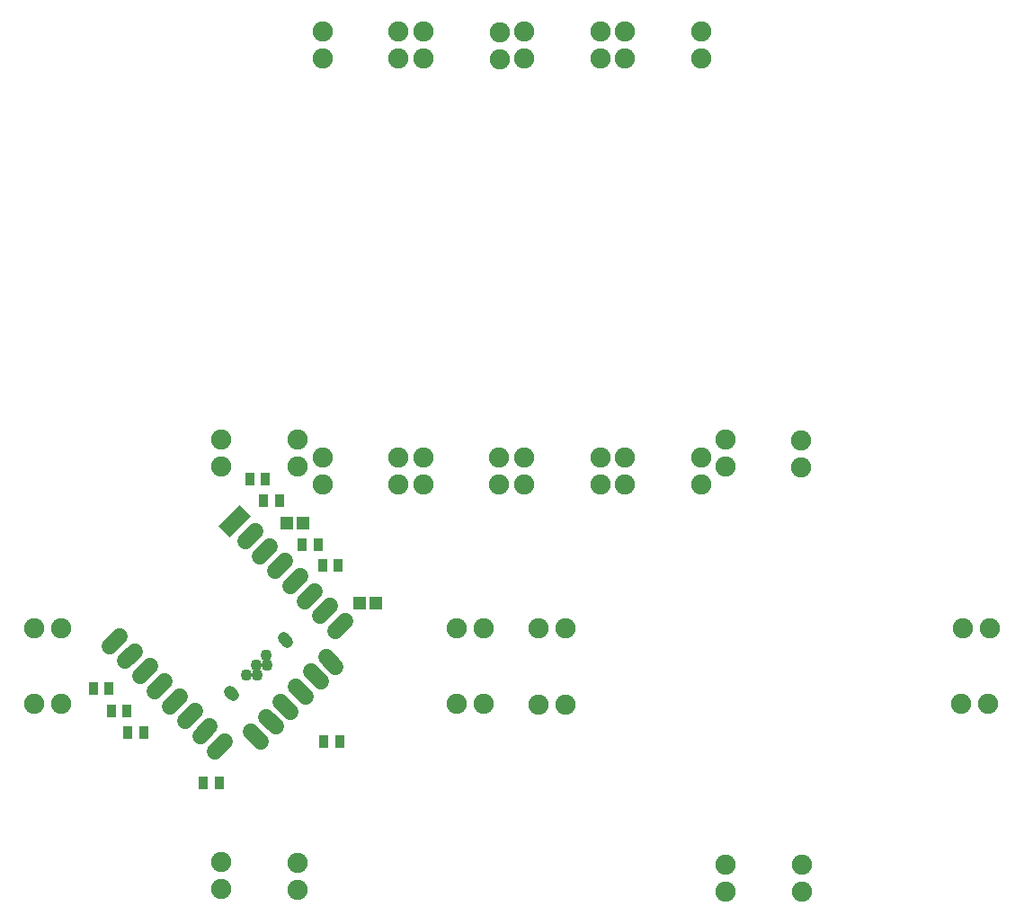
<source format=gbs>
G04 #@! TF.FileFunction,Soldermask,Bot*
%FSLAX46Y46*%
G04 Gerber Fmt 4.6, Leading zero omitted, Abs format (unit mm)*
G04 Created by KiCad (PCBNEW 4.0.2-4+6225~38~ubuntu15.10.1-stable) date Sat 05 Mar 2016 02:29:04 PM EST*
%MOMM*%
G01*
G04 APERTURE LIST*
%ADD10C,0.100000*%
%ADD11C,1.500000*%
%ADD12R,0.900000X1.300000*%
%ADD13R,1.200000X1.150000*%
%ADD14C,1.100000*%
%ADD15C,1.100000*%
%ADD16C,1.900000*%
G04 APERTURE END LIST*
D10*
D11*
X53496010Y-138397092D02*
X52576772Y-137477854D01*
X52081796Y-139811306D02*
X51162558Y-138892068D01*
X50667582Y-141225519D02*
X49748344Y-140306281D01*
X49253369Y-142639733D02*
X48334131Y-141720495D01*
X47839155Y-144053946D02*
X46919917Y-143134708D01*
X46424942Y-145468160D02*
X45505704Y-144548922D01*
D10*
G36*
X44473327Y-123166012D02*
X45533988Y-124226673D01*
X43554089Y-126206572D01*
X42493428Y-125145911D01*
X44473327Y-123166012D01*
X44473327Y-123166012D01*
G37*
D11*
X45887541Y-125640887D02*
X44968303Y-126560125D01*
X47301754Y-127055100D02*
X46382516Y-127974338D01*
X48715968Y-128469314D02*
X47796730Y-129388552D01*
X50130181Y-129883527D02*
X49210943Y-130802765D01*
X51544395Y-131297741D02*
X50625157Y-132216979D01*
X52958608Y-132711954D02*
X52039370Y-133631192D01*
X54372822Y-134126168D02*
X53453584Y-135045406D01*
X43059113Y-145439876D02*
X42139875Y-146359114D01*
X41644900Y-144025663D02*
X40725662Y-144944901D01*
X40230686Y-142611449D02*
X39311448Y-143530687D01*
X38816473Y-141197236D02*
X37897235Y-142116474D01*
X37402259Y-139783022D02*
X36483021Y-140702260D01*
X35988046Y-138368809D02*
X35068808Y-139288047D01*
X34573832Y-136954595D02*
X33654594Y-137873833D01*
X33159619Y-135540381D02*
X32240381Y-136459619D01*
D12*
X30650000Y-140460000D03*
X32150000Y-140460000D03*
X33850000Y-142560000D03*
X32350000Y-142560000D03*
X35400000Y-144650000D03*
X33900000Y-144650000D03*
X48200000Y-122800000D03*
X46700000Y-122800000D03*
X45400000Y-120750000D03*
X46900000Y-120750000D03*
X41050000Y-149360000D03*
X42550000Y-149360000D03*
X52400000Y-145450000D03*
X53900000Y-145450000D03*
X51850000Y-126900000D03*
X50350000Y-126900000D03*
D13*
X48900000Y-124900000D03*
X50400000Y-124900000D03*
X55750000Y-132460000D03*
X57250000Y-132460000D03*
D12*
X52250000Y-128850000D03*
X53750000Y-128850000D03*
D14*
X48537957Y-135666027D02*
X48891511Y-136019581D01*
X43482144Y-140721841D02*
X43835698Y-141075395D01*
D15*
X45073488Y-139170095D03*
X46016415Y-138227168D03*
X46914440Y-137329143D03*
X46063084Y-139201561D03*
X47000000Y-138300000D03*
D16*
X97350000Y-119640000D03*
X97350000Y-117100000D03*
X90200000Y-119520000D03*
X90200000Y-116980000D03*
X112430000Y-141900000D03*
X114970000Y-141900000D03*
X112530000Y-134750000D03*
X115070000Y-134750000D03*
X90200000Y-157030000D03*
X90200000Y-159570000D03*
X97400000Y-157080000D03*
X97400000Y-159620000D03*
X75170000Y-134800000D03*
X72630000Y-134800000D03*
X75120000Y-141950000D03*
X72580000Y-141950000D03*
X52250000Y-81120000D03*
X52250000Y-78580000D03*
X59400000Y-81120000D03*
X59400000Y-78580000D03*
X61750000Y-81140000D03*
X61750000Y-78600000D03*
X68950000Y-81170000D03*
X68950000Y-78630000D03*
X71250000Y-81120000D03*
X71250000Y-78580000D03*
X78450000Y-81120000D03*
X78450000Y-78580000D03*
X49950000Y-156860000D03*
X49950000Y-159400000D03*
X64930000Y-141900000D03*
X67470000Y-141900000D03*
X27670000Y-141900000D03*
X25130000Y-141900000D03*
X27670000Y-134800000D03*
X25130000Y-134800000D03*
X52300000Y-118680000D03*
X52300000Y-121220000D03*
X59400000Y-118680000D03*
X59400000Y-121220000D03*
X61750000Y-118680000D03*
X61750000Y-121220000D03*
X68900000Y-118680000D03*
X68900000Y-121220000D03*
X71250000Y-118680000D03*
X71250000Y-121220000D03*
X78450000Y-118680000D03*
X78450000Y-121220000D03*
X80700000Y-118680000D03*
X80700000Y-121220000D03*
X87900000Y-118680000D03*
X87900000Y-121220000D03*
X42750000Y-119570000D03*
X42750000Y-117030000D03*
X49900000Y-119570000D03*
X49900000Y-117030000D03*
X64880000Y-134750000D03*
X67420000Y-134750000D03*
X42750000Y-156830000D03*
X42750000Y-159370000D03*
X80700000Y-81120000D03*
X80700000Y-78580000D03*
X87900000Y-81120000D03*
X87900000Y-78580000D03*
M02*

</source>
